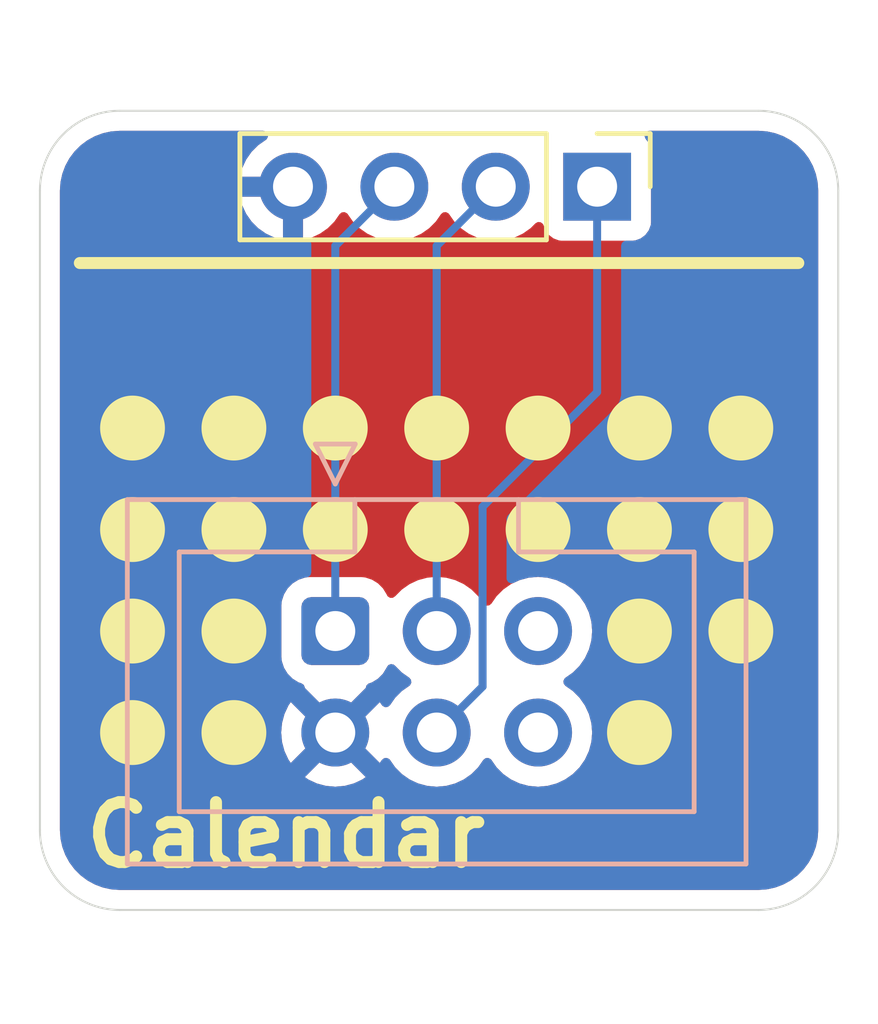
<source format=kicad_pcb>
(kicad_pcb (version 20240108) (generator "pcbnew") (generator_version "8.0")
  (layers (0 "F.Cu" signal) (31 "B.Cu" signal) (34 "B.Paste" user) (35 "F.Paste" user) (36 "B.SilkS" user "B.Silkscreen") (37 "F.SilkS" user "F.Silkscreen") (38 "B.Mask" user) (39 "F.Mask" user) (44 "Edge.Cuts" user))
  (net 0 "")
  (net 1 "SCL")
  (net 2 "SDA")
  (net 3 "GND")
  (net 4 "VCC")
  (footprint "Connector_PinHeader_2.54mm:PinHeader_1x04_P2.54mm_Vertical" (layer "F.Cu") (at 13.96 1.9 -90)
    (property "Reference" "J1" (hide yes))
    (property "Value" "Conn_01x04")
    (fp_line (start -1.33 8.95) (end 1.33 8.95) (stroke (width 0.12)) (layer "F.SilkS"))
    (fp_line (start -1.33 1.27) (end -1.33 8.95) (stroke (width 0.12)) (layer "F.SilkS"))
    (fp_line (start -1.33 1.27) (end 1.33 1.27) (stroke (width 0.12)) (layer "F.SilkS"))
    (fp_line (start 1.33 1.27) (end 1.33 8.95) (stroke (width 0.12)) (layer "F.SilkS"))
    (fp_line (start -1.33 0) (end -1.33 -1.33) (stroke (width 0.12)) (layer "F.SilkS"))
    (fp_line (start -1.33 -1.33) (end 0 -1.33) (stroke (width 0.12)) (layer "F.SilkS"))
    (pad "1" thru_hole rect (at 0 0 270) (size 1.7 1.7) (drill 1) (layers "*.Cu" "*.Mask") (net 1 "SCL"))
    (pad "2" thru_hole oval (at 0 2.54 270) (size 1.7 1.7) (drill 1) (layers "*.Cu" "*.Mask") (net 2 "SDA"))
    (pad "3" thru_hole oval (at 0 5.08 270) (size 1.7 1.7) (drill 1) (layers "*.Cu" "*.Mask") (net 4 "VCC"))
    (pad "4" thru_hole oval (at 0 7.62 270) (size 1.7 1.7) (drill 1) (layers "*.Cu" "*.Mask") (net 3 "GND"))
  )
  (footprint "Connector_IDC:IDC-Header_2x03_P2.54mm_Vertical" (layer "B.Cu") (at 7.4 13.02 -90)
    (property "Reference" "J2" (hide yes))
    (property "Value" "Conn_02x03_Odd_Even")
    (fp_line (start -3.29 5.21) (end -3.29 -10.29) (stroke (width 0.12)) (layer "B.SilkS"))
    (fp_line (start 5.83 5.21) (end -3.29 5.21) (stroke (width 0.12)) (layer "B.SilkS"))
    (fp_line (start -1.98 3.91) (end -1.98 -0.49) (stroke (width 0.12)) (layer "B.SilkS"))
    (fp_line (start 4.52 3.91) (end -1.98 3.91) (stroke (width 0.12)) (layer "B.SilkS"))
    (fp_line (start -4.68 0.5) (end -3.68 0) (stroke (width 0.12)) (layer "B.SilkS"))
    (fp_line (start -3.68 0) (end -4.68 -0.5) (stroke (width 0.12)) (layer "B.SilkS"))
    (fp_line (start -1.98 -0.49) (end -3.29 -0.49) (stroke (width 0.12)) (layer "B.SilkS"))
    (fp_line (start -4.68 -0.5) (end -4.68 0.5) (stroke (width 0.12)) (layer "B.SilkS"))
    (fp_line (start -3.29 -4.59) (end -1.98 -4.59) (stroke (width 0.12)) (layer "B.SilkS"))
    (fp_line (start -1.98 -4.59) (end -1.98 -4.59) (stroke (width 0.12)) (layer "B.SilkS"))
    (fp_line (start -1.98 -4.59) (end -1.98 -8.99) (stroke (width 0.12)) (layer "B.SilkS"))
    (fp_line (start -1.98 -8.99) (end 4.52 -8.99) (stroke (width 0.12)) (layer "B.SilkS"))
    (fp_line (start 4.52 -8.99) (end 4.52 3.91) (stroke (width 0.12)) (layer "B.SilkS"))
    (fp_line (start -3.29 -10.29) (end 5.83 -10.29) (stroke (width 0.12)) (layer "B.SilkS"))
    (fp_line (start 5.83 -10.29) (end 5.83 5.21) (stroke (width 0.12)) (layer "B.SilkS"))
    (pad "1" thru_hole roundrect (at 0 0 270) (size 1.7 1.7) (drill 1) (layers "*.Cu" "*.Mask") (roundrect_rratio 0.147059) (net 4 "VCC"))
    (pad "2" thru_hole circle (at 2.54 0 270) (size 1.7 1.7) (drill 1) (layers "*.Cu" "*.Mask") (net 3 "GND"))
    (pad "3" thru_hole circle (at 0 -2.54 270) (size 1.7 1.7) (drill 1) (layers "*.Cu" "*.Mask") (net 2 "SDA"))
    (pad "4" thru_hole circle (at 2.54 -2.54 270) (size 1.7 1.7) (drill 1) (layers "*.Cu" "*.Mask") (net 1 "SCL"))
    (pad "5" thru_hole circle (at 0 -5.08 270) (size 1.7 1.7) (drill 1) (layers "*.Cu" "*.Mask"))
    (pad "6" thru_hole circle (at 2.54 -5.08 270) (size 1.7 1.7) (drill 1) (layers "*.Cu" "*.Mask"))
  )
  (gr_circle (center 4.86 7.94) (end 5.622 7.94) (stroke (width 0.1)) (fill solid) (layer "F.SilkS"))
  (gr_circle (center 9.94 7.94) (end 10.702 7.94) (stroke (width 0.1)) (fill solid) (layer "F.SilkS"))
  (gr_circle (center 17.56 10.48) (end 18.322 10.48) (stroke (width 0.1)) (fill solid) (layer "F.SilkS"))
  (gr_circle (center 2.32 15.56) (end 3.082 15.56) (stroke (width 0.1)) (fill solid) (layer "F.SilkS"))
  (gr_circle (center 15.02 15.56) (end 15.782 15.56) (stroke (width 0.1)) (fill solid) (layer "F.SilkS"))
  (gr_circle (center 9.94 10.48) (end 10.702 10.48) (stroke (width 0.1)) (fill solid) (layer "F.SilkS"))
  (gr_circle (center 7.4 7.94) (end 8.162 7.94) (stroke (width 0.1)) (fill solid) (layer "F.SilkS"))
  (gr_circle (center 2.32 10.48) (end 3.082 10.48) (stroke (width 0.1)) (fill solid) (layer "F.SilkS"))
  (gr_circle (center 12.48 10.48) (end 13.242 10.48) (stroke (width 0.1)) (fill solid) (layer "F.SilkS"))
  (gr_circle (center 15.02 7.94) (end 15.782 7.94) (stroke (width 0.1)) (fill solid) (layer "F.SilkS"))
  (gr_circle (center 15.02 13.02) (end 15.782 13.02) (stroke (width 0.1)) (fill solid) (layer "F.SilkS"))
  (gr_circle (center 17.56 7.94) (end 18.322 7.94) (stroke (width 0.1)) (fill solid) (layer "F.SilkS"))
  (gr_circle (center 4.86 13.02) (end 5.622 13.02) (stroke (width 0.1)) (fill solid) (layer "F.SilkS"))
  (gr_line (start 1 3.81) (end 19 3.81) (stroke (width 0.3)) (layer "F.SilkS"))
  (gr_circle (center 15.02 10.48) (end 15.782 10.48) (stroke (width 0.1)) (fill solid) (layer "F.SilkS"))
  (gr_circle (center 12.48 7.94) (end 13.242 7.94) (stroke (width 0.1)) (fill solid) (layer "F.SilkS"))
  (gr_circle (center 4.86 15.56) (end 5.622 15.56) (stroke (width 0.1)) (fill solid) (layer "F.SilkS"))
  (gr_circle (center 7.4 10.48) (end 8.162 10.48) (stroke (width 0.1)) (fill solid) (layer "F.SilkS"))
  (gr_circle (center 2.32 13.02) (end 3.082 13.02) (stroke (width 0.1)) (fill solid) (layer "F.SilkS"))
  (gr_circle (center 4.86 10.48) (end 5.622 10.48) (stroke (width 0.1)) (fill solid) (layer "F.SilkS"))
  (gr_circle (center 17.56 13.02) (end 18.322 13.02) (stroke (width 0.1)) (fill solid) (layer "F.SilkS"))
  (gr_circle (center 2.32 7.94) (end 3.082 7.94) (stroke (width 0.1)) (fill solid) (layer "F.SilkS"))
  (gr_arc (start 18 0) (mid 19.414214 0.585786) (end 20 2) (stroke (width 0.05)) (layer "Edge.Cuts"))
  (gr_arc (start 0 2) (mid 0.585786 0.585786) (end 2 0) (stroke (width 0.05)) (layer "Edge.Cuts"))
  (gr_line (start 20 18) (end 20 2) (stroke (width 0.05)) (layer "Edge.Cuts"))
  (gr_line (start 18 0) (end 2 0) (stroke (width 0.05)) (layer "Edge.Cuts"))
  (gr_arc (start 20 18) (mid 19.414214 19.414214) (end 18 20) (stroke (width 0.05)) (layer "Edge.Cuts"))
  (gr_line (start 0 2) (end 0 18) (stroke (width 0.05)) (layer "Edge.Cuts"))
  (gr_arc (start 2 20) (mid 0.585786 19.414214) (end 0 18) (stroke (width 0.05)) (layer "Edge.Cuts"))
  (gr_line (start 2 20) (end 18 20) (stroke (width 0.05)) (layer "Edge.Cuts"))
  (gr_text "Calendar" (at 1 19 0) (layer "F.SilkS") (effects (font (size 1.5 1.5) (thickness 0.3) (bold yes)) (justify left bottom)))
  (segment (start 13.96 1.9) (end 13.96 7.04) (width 0.2) (layer "B.Cu") (net 1))
  (segment (start 11.09 9.91) (end 11.09 14.41) (width 0.2) (layer "B.Cu") (net 1))
  (segment (start 13.96 7.04) (end 11.09 9.91) (width 0.2) (layer "B.Cu") (net 1))
  (segment (start 11.09 14.41) (end 9.94 15.56) (width 0.2) (layer "B.Cu") (net 1))
  (segment (start 9.94 13.02) (end 9.94 3.38) (width 0.2) (layer "B.Cu") (net 2))
  (segment (start 9.94 3.38) (end 11.42 1.9) (width 0.2) (layer "B.Cu") (net 2))
  (segment (start 7.4 13.02) (end 7.4 3.38) (width 0.2) (layer "B.Cu") (net 4))
  (segment (start 7.4 3.38) (end 8.88 1.9) (width 0.2) (layer "B.Cu") (net 4))
  (zone (net 3) (net_name "GND") (layers "F&B.Cu") (connect_pads (clearance 0.5)) (min_thickness 0.25) (fill yes (thermal_gap 0.5) (thermal_bridge_width 0.5))
    (polygon (pts (xy -1 -1) (xy 21 -1) (xy 21 21) (xy -1 21)))
  )
)
</source>
